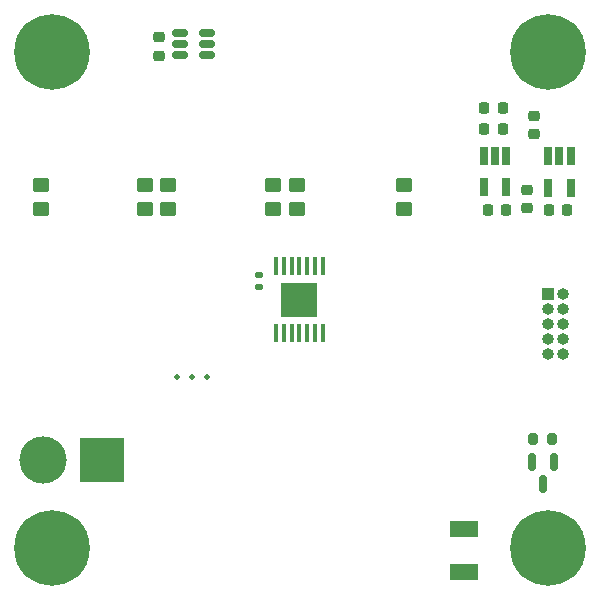
<source format=gbs>
G04 #@! TF.GenerationSoftware,KiCad,Pcbnew,6.0.11-2627ca5db0~126~ubuntu20.04.1*
G04 #@! TF.CreationDate,2024-01-15T23:09:37+09:00*
G04 #@! TF.ProjectId,motor_driver,6d6f746f-725f-4647-9269-7665722e6b69,rev?*
G04 #@! TF.SameCoordinates,Original*
G04 #@! TF.FileFunction,Soldermask,Bot*
G04 #@! TF.FilePolarity,Negative*
%FSLAX46Y46*%
G04 Gerber Fmt 4.6, Leading zero omitted, Abs format (unit mm)*
G04 Created by KiCad (PCBNEW 6.0.11-2627ca5db0~126~ubuntu20.04.1) date 2024-01-15 23:09:37*
%MOMM*%
%LPD*%
G01*
G04 APERTURE LIST*
G04 Aperture macros list*
%AMRoundRect*
0 Rectangle with rounded corners*
0 $1 Rounding radius*
0 $2 $3 $4 $5 $6 $7 $8 $9 X,Y pos of 4 corners*
0 Add a 4 corners polygon primitive as box body*
4,1,4,$2,$3,$4,$5,$6,$7,$8,$9,$2,$3,0*
0 Add four circle primitives for the rounded corners*
1,1,$1+$1,$2,$3*
1,1,$1+$1,$4,$5*
1,1,$1+$1,$6,$7*
1,1,$1+$1,$8,$9*
0 Add four rect primitives between the rounded corners*
20,1,$1+$1,$2,$3,$4,$5,0*
20,1,$1+$1,$4,$5,$6,$7,0*
20,1,$1+$1,$6,$7,$8,$9,0*
20,1,$1+$1,$8,$9,$2,$3,0*%
G04 Aperture macros list end*
%ADD10C,3.600000*%
%ADD11C,6.400000*%
%ADD12R,3.800000X3.800000*%
%ADD13C,4.000000*%
%ADD14R,1.000000X1.000000*%
%ADD15O,1.000000X1.000000*%
%ADD16C,0.508000*%
%ADD17RoundRect,0.250000X0.450000X-0.350000X0.450000X0.350000X-0.450000X0.350000X-0.450000X-0.350000X0*%
%ADD18RoundRect,0.225000X0.250000X-0.225000X0.250000X0.225000X-0.250000X0.225000X-0.250000X-0.225000X0*%
%ADD19RoundRect,0.225000X-0.225000X-0.250000X0.225000X-0.250000X0.225000X0.250000X-0.225000X0.250000X0*%
%ADD20RoundRect,0.250000X-0.450000X0.350000X-0.450000X-0.350000X0.450000X-0.350000X0.450000X0.350000X0*%
%ADD21R,2.400000X1.450000*%
%ADD22R,3.100000X3.000000*%
%ADD23RoundRect,0.100000X-0.100000X0.687500X-0.100000X-0.687500X0.100000X-0.687500X0.100000X0.687500X0*%
%ADD24RoundRect,0.150000X0.512500X0.150000X-0.512500X0.150000X-0.512500X-0.150000X0.512500X-0.150000X0*%
%ADD25RoundRect,0.225000X-0.250000X0.225000X-0.250000X-0.225000X0.250000X-0.225000X0.250000X0.225000X0*%
%ADD26R,0.650000X1.560000*%
%ADD27RoundRect,0.150000X-0.150000X0.587500X-0.150000X-0.587500X0.150000X-0.587500X0.150000X0.587500X0*%
%ADD28RoundRect,0.200000X-0.200000X-0.275000X0.200000X-0.275000X0.200000X0.275000X-0.200000X0.275000X0*%
%ADD29RoundRect,0.140000X-0.170000X0.140000X-0.170000X-0.140000X0.170000X-0.140000X0.170000X0.140000X0*%
G04 APERTURE END LIST*
D10*
X94524000Y-79310400D03*
D11*
X94524000Y-79310400D03*
D12*
X98715200Y-113893600D03*
D13*
X93715200Y-113893600D03*
D10*
X136524000Y-79310400D03*
D11*
X136524000Y-79310400D03*
D14*
X136550400Y-99822000D03*
D15*
X137820400Y-99822000D03*
X136550400Y-101092000D03*
X137820400Y-101092000D03*
X136550400Y-102362000D03*
X137820400Y-102362000D03*
X136550400Y-103632000D03*
X137820400Y-103632000D03*
X136550400Y-104902000D03*
X137820400Y-104902000D03*
D11*
X136524000Y-121310400D03*
D10*
X136524000Y-121310400D03*
D11*
X94524000Y-121310400D03*
D10*
X94524000Y-121310400D03*
D16*
X106409800Y-106834600D03*
X107679800Y-106834600D03*
X105139800Y-106834600D03*
D17*
X93569200Y-92592400D03*
X93569200Y-90592400D03*
D18*
X135295600Y-86300600D03*
X135295600Y-84750600D03*
D19*
X131117000Y-85830400D03*
X132667000Y-85830400D03*
D20*
X124300800Y-90593580D03*
X124300800Y-92593580D03*
D21*
X129438400Y-123338600D03*
X129438400Y-119688600D03*
D19*
X131421800Y-92688400D03*
X132971800Y-92688400D03*
D17*
X104343200Y-92592400D03*
X104343200Y-90592400D03*
X115265200Y-92592400D03*
X115265200Y-90592400D03*
D20*
X102357600Y-90592400D03*
X102357600Y-92592400D03*
D22*
X115468400Y-100279200D03*
D23*
X113518400Y-97416700D03*
X114168400Y-97416700D03*
X114818400Y-97416700D03*
X115468400Y-97416700D03*
X116118400Y-97416700D03*
X116768400Y-97416700D03*
X117418400Y-97416700D03*
X117418400Y-103141700D03*
X116768400Y-103141700D03*
X116118400Y-103141700D03*
X115468400Y-103141700D03*
X114818400Y-103141700D03*
X114168400Y-103141700D03*
X113518400Y-103141700D03*
D24*
X107614300Y-77688400D03*
X107614300Y-78638400D03*
X107614300Y-79588400D03*
X105339300Y-79588400D03*
X105339300Y-78638400D03*
X105339300Y-77688400D03*
D25*
X134736800Y-90999000D03*
X134736800Y-92549000D03*
D26*
X136530000Y-88138000D03*
X137480000Y-88138000D03*
X138430000Y-88138000D03*
X138430000Y-90838000D03*
X136530000Y-90838000D03*
D20*
X113233200Y-90592400D03*
X113233200Y-92592400D03*
D26*
X131094400Y-88087200D03*
X132044400Y-88087200D03*
X132994400Y-88087200D03*
X132994400Y-90787200D03*
X131094400Y-90787200D03*
D25*
X103559600Y-78082200D03*
X103559600Y-79632200D03*
D27*
X135158400Y-114046000D03*
X137058400Y-114046000D03*
X136108400Y-115921000D03*
D19*
X136603400Y-92739200D03*
X138153400Y-92739200D03*
D28*
X135232600Y-112087900D03*
X136882600Y-112087900D03*
D29*
X112064800Y-98224400D03*
X112064800Y-99184400D03*
D19*
X131131100Y-84095600D03*
X132681100Y-84095600D03*
M02*

</source>
